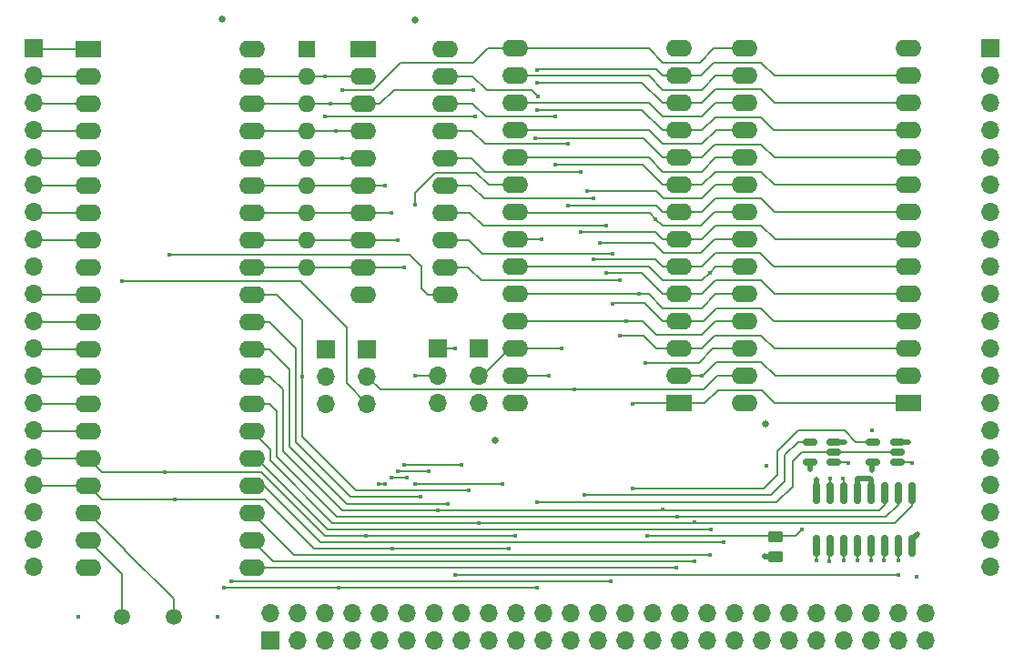
<source format=gbr>
%TF.GenerationSoftware,KiCad,Pcbnew,7.0.7*%
%TF.CreationDate,2023-10-02T10:19:24+01:00*%
%TF.ProjectId,8052-MCU,38303532-2d4d-4435-952e-6b696361645f,0.1*%
%TF.SameCoordinates,Original*%
%TF.FileFunction,Copper,L1,Top*%
%TF.FilePolarity,Positive*%
%FSLAX46Y46*%
G04 Gerber Fmt 4.6, Leading zero omitted, Abs format (unit mm)*
G04 Created by KiCad (PCBNEW 7.0.7) date 2023-10-02 10:19:24*
%MOMM*%
%LPD*%
G01*
G04 APERTURE LIST*
G04 Aperture macros list*
%AMRoundRect*
0 Rectangle with rounded corners*
0 $1 Rounding radius*
0 $2 $3 $4 $5 $6 $7 $8 $9 X,Y pos of 4 corners*
0 Add a 4 corners polygon primitive as box body*
4,1,4,$2,$3,$4,$5,$6,$7,$8,$9,$2,$3,0*
0 Add four circle primitives for the rounded corners*
1,1,$1+$1,$2,$3*
1,1,$1+$1,$4,$5*
1,1,$1+$1,$6,$7*
1,1,$1+$1,$8,$9*
0 Add four rect primitives between the rounded corners*
20,1,$1+$1,$2,$3,$4,$5,0*
20,1,$1+$1,$4,$5,$6,$7,0*
20,1,$1+$1,$6,$7,$8,$9,0*
20,1,$1+$1,$8,$9,$2,$3,0*%
G04 Aperture macros list end*
%TA.AperFunction,ComponentPad*%
%ADD10R,2.400000X1.600000*%
%TD*%
%TA.AperFunction,ComponentPad*%
%ADD11O,2.400000X1.600000*%
%TD*%
%TA.AperFunction,ComponentPad*%
%ADD12R,1.700000X1.700000*%
%TD*%
%TA.AperFunction,ComponentPad*%
%ADD13O,1.700000X1.700000*%
%TD*%
%TA.AperFunction,SMDPad,CuDef*%
%ADD14RoundRect,0.150000X0.512500X0.150000X-0.512500X0.150000X-0.512500X-0.150000X0.512500X-0.150000X0*%
%TD*%
%TA.AperFunction,SMDPad,CuDef*%
%ADD15RoundRect,0.150000X-0.150000X0.825000X-0.150000X-0.825000X0.150000X-0.825000X0.150000X0.825000X0*%
%TD*%
%TA.AperFunction,ComponentPad*%
%ADD16R,1.600000X1.600000*%
%TD*%
%TA.AperFunction,ComponentPad*%
%ADD17O,1.600000X1.600000*%
%TD*%
%TA.AperFunction,ComponentPad*%
%ADD18C,1.500000*%
%TD*%
%TA.AperFunction,SMDPad,CuDef*%
%ADD19RoundRect,0.250000X0.450000X-0.262500X0.450000X0.262500X-0.450000X0.262500X-0.450000X-0.262500X0*%
%TD*%
%TA.AperFunction,ViaPad*%
%ADD20C,0.450000*%
%TD*%
%TA.AperFunction,ViaPad*%
%ADD21C,0.650000*%
%TD*%
%TA.AperFunction,Conductor*%
%ADD22C,0.200000*%
%TD*%
%TA.AperFunction,Conductor*%
%ADD23C,0.500000*%
%TD*%
G04 APERTURE END LIST*
D10*
%TO.P,U2,1,OE*%
%TO.N,GND*%
X86650000Y-54975000D03*
D11*
%TO.P,U2,2,D0*%
%TO.N,/D0*%
X86650000Y-57515000D03*
%TO.P,U2,3,D1*%
%TO.N,/D1*%
X86650000Y-60055000D03*
%TO.P,U2,4,D2*%
%TO.N,/D2*%
X86650000Y-62595000D03*
%TO.P,U2,5,D3*%
%TO.N,/D3*%
X86650000Y-65135000D03*
%TO.P,U2,6,D4*%
%TO.N,/D4*%
X86650000Y-67675000D03*
%TO.P,U2,7,D5*%
%TO.N,/D5*%
X86650000Y-70215000D03*
%TO.P,U2,8,D6*%
%TO.N,/D6*%
X86650000Y-72755000D03*
%TO.P,U2,9,D7*%
%TO.N,/D7*%
X86650000Y-75295000D03*
%TO.P,U2,10,GND*%
%TO.N,GND*%
X86650000Y-77835000D03*
%TO.P,U2,11,Load*%
%TO.N,/~{LD}*%
X94270000Y-77835000D03*
%TO.P,U2,12,Q7*%
%TO.N,/A7*%
X94270000Y-75295000D03*
%TO.P,U2,13,Q6*%
%TO.N,/A6*%
X94270000Y-72755000D03*
%TO.P,U2,14,Q5*%
%TO.N,/A5*%
X94270000Y-70215000D03*
%TO.P,U2,15,Q4*%
%TO.N,/A4*%
X94270000Y-67675000D03*
%TO.P,U2,16,Q3*%
%TO.N,/A3*%
X94270000Y-65135000D03*
%TO.P,U2,17,Q2*%
%TO.N,/A2*%
X94270000Y-62595000D03*
%TO.P,U2,18,Q1*%
%TO.N,/A1*%
X94270000Y-60055000D03*
%TO.P,U2,19,Q0*%
%TO.N,/A0*%
X94270000Y-57515000D03*
%TO.P,U2,20,VCC*%
%TO.N,+5V*%
X94270000Y-54975000D03*
%TD*%
D12*
%TO.P,JP2,1,A*%
%TO.N,/0000H*%
X93600000Y-82870000D03*
D13*
%TO.P,JP2,2,C*%
%TO.N,/~{RAM}*%
X93600000Y-85410000D03*
%TO.P,JP2,3,B*%
%TO.N,/A15*%
X93600000Y-87950000D03*
%TD*%
D10*
%TO.P,U1,1,P1.0*%
%TO.N,/P1.0*%
X61100000Y-55000000D03*
D11*
%TO.P,U1,2,P1.1*%
%TO.N,/P1.1*%
X61100000Y-57540000D03*
%TO.P,U1,3,P1.2*%
%TO.N,/P1.2{slash}PWM*%
X61100000Y-60080000D03*
%TO.P,U1,4,P1.3*%
%TO.N,/P1.3{slash}~{ALEDIS}*%
X61100000Y-62620000D03*
%TO.P,U1,5,P1.4*%
%TO.N,/P1.4{slash}~{PMGPULSE}*%
X61100000Y-65160000D03*
%TO.P,U1,6,P1.5*%
%TO.N,/P1.5{slash}~{PGMEN}*%
X61100000Y-67700000D03*
%TO.P,U1,7,P1.6*%
%TO.N,/P1.6{slash}~{DMA_ACK}*%
X61100000Y-70240000D03*
%TO.P,U1,8,P1.7*%
%TO.N,/P1.7{slash}~{LTP}*%
X61100000Y-72780000D03*
%TO.P,U1,9,RST/VPP*%
%TO.N,/RESET*%
X61100000Y-75320000D03*
%TO.P,U1,10,P3.0*%
%TO.N,/P3.0{slash}RXD*%
X61100000Y-77860000D03*
%TO.P,U1,11,P3.1*%
%TO.N,/P3.1{slash}TXD*%
X61100000Y-80400000D03*
%TO.P,U1,12,P3.2*%
%TO.N,/P3.2{slash}~{INT0}*%
X61100000Y-82940000D03*
%TO.P,U1,13,P3.3*%
%TO.N,/P3.3{slash}~{INT1}*%
X61100000Y-85480000D03*
%TO.P,U1,14,P3.4*%
%TO.N,/P3.4{slash}T0*%
X61100000Y-88020000D03*
%TO.P,U1,15,P3.5*%
%TO.N,/P3.5{slash}T1*%
X61100000Y-90560000D03*
%TO.P,U1,16,(~{WR})P3.6*%
%TO.N,/~{WR}*%
X61100000Y-93100000D03*
%TO.P,U1,17,(~{RD})P3.7*%
%TO.N,/~{RD}*%
X61100000Y-95640000D03*
%TO.P,U1,18,XTAL2*%
%TO.N,Net-(U1-XTAL2)*%
X61100000Y-98180000D03*
%TO.P,U1,19,XTAL1*%
%TO.N,Net-(U1-XTAL1)*%
X61100000Y-100720000D03*
%TO.P,U1,20,GND*%
%TO.N,GND*%
X61100000Y-103260000D03*
%TO.P,U1,21,P2.0*%
%TO.N,/A8*%
X76340000Y-103260000D03*
%TO.P,U1,22,P2.1*%
%TO.N,/A9*%
X76340000Y-100720000D03*
%TO.P,U1,23,P2.2*%
%TO.N,/A10*%
X76340000Y-98180000D03*
%TO.P,U1,24,P2.3*%
%TO.N,/A11*%
X76340000Y-95640000D03*
%TO.P,U1,25,P2.4*%
%TO.N,/A12*%
X76340000Y-93100000D03*
%TO.P,U1,26,P2.5*%
%TO.N,/A13*%
X76340000Y-90560000D03*
%TO.P,U1,27,P2.6*%
%TO.N,/A14*%
X76340000Y-88020000D03*
%TO.P,U1,28,P2.7*%
%TO.N,/A15*%
X76340000Y-85480000D03*
%TO.P,U1,29,~{PSEN}*%
%TO.N,/~{PSEN}*%
X76340000Y-82940000D03*
%TO.P,U1,30,ALE/~{PROG}*%
%TO.N,/ALE*%
X76340000Y-80400000D03*
%TO.P,U1,31,~{EA}/VPP*%
%TO.N,/~{EA}*%
X76340000Y-77860000D03*
%TO.P,U1,32,P0.7*%
%TO.N,/D7*%
X76340000Y-75320000D03*
%TO.P,U1,33,P0.6*%
%TO.N,/D6*%
X76340000Y-72780000D03*
%TO.P,U1,34,P0.5*%
%TO.N,/D5*%
X76340000Y-70240000D03*
%TO.P,U1,35,P0.4*%
%TO.N,/D4*%
X76340000Y-67700000D03*
%TO.P,U1,36,P0.3*%
%TO.N,/D3*%
X76340000Y-65160000D03*
%TO.P,U1,37,P0.2*%
%TO.N,/D2*%
X76340000Y-62620000D03*
%TO.P,U1,38,P0.1*%
%TO.N,/D1*%
X76340000Y-60080000D03*
%TO.P,U1,39,P0.0*%
%TO.N,/D0*%
X76340000Y-57540000D03*
%TO.P,U1,40,VCC*%
%TO.N,+5V*%
X76340000Y-55000000D03*
%TD*%
D12*
%TO.P,JP4,1,A*%
%TO.N,+5V*%
X97400000Y-82870000D03*
D13*
%TO.P,JP4,2,C*%
%TO.N,/A13{slash}RAM*%
X97400000Y-85410000D03*
%TO.P,JP4,3,B*%
%TO.N,/A13*%
X97400000Y-87950000D03*
%TD*%
D14*
%TO.P,U6,1*%
%TO.N,/0000H*%
X136337500Y-93450000D03*
%TO.P,U6,2*%
%TO.N,/RESET*%
X136337500Y-92500000D03*
%TO.P,U6,3,GND*%
%TO.N,GND*%
X136337500Y-91550000D03*
%TO.P,U6,4*%
%TO.N,/CS_EX_ROM*%
X134062500Y-91550000D03*
%TO.P,U6,5,VCC*%
%TO.N,+5V*%
X134062500Y-93450000D03*
%TD*%
D10*
%TO.P,U4,1,A14*%
%TO.N,/A14*%
X137375000Y-87975000D03*
D11*
%TO.P,U4,2,A12*%
%TO.N,/A12*%
X137375000Y-85435000D03*
%TO.P,U4,3,A7*%
%TO.N,/A7*%
X137375000Y-82895000D03*
%TO.P,U4,4,A6*%
%TO.N,/A6*%
X137375000Y-80355000D03*
%TO.P,U4,5,A5*%
%TO.N,/A5*%
X137375000Y-77815000D03*
%TO.P,U4,6,A4*%
%TO.N,/A4*%
X137375000Y-75275000D03*
%TO.P,U4,7,A3*%
%TO.N,/A3*%
X137375000Y-72735000D03*
%TO.P,U4,8,A2*%
%TO.N,/A2*%
X137375000Y-70195000D03*
%TO.P,U4,9,A1*%
%TO.N,/A1*%
X137375000Y-67655000D03*
%TO.P,U4,10,A0*%
%TO.N,/A0*%
X137375000Y-65115000D03*
%TO.P,U4,11,D0*%
%TO.N,/D0*%
X137375000Y-62575000D03*
%TO.P,U4,12,D1*%
%TO.N,/D1*%
X137375000Y-60035000D03*
%TO.P,U4,13,D2*%
%TO.N,/D2*%
X137375000Y-57495000D03*
%TO.P,U4,14,GND*%
%TO.N,GND*%
X137375000Y-54955000D03*
%TO.P,U4,15,D3*%
%TO.N,/D3*%
X122135000Y-54955000D03*
%TO.P,U4,16,D4*%
%TO.N,/D4*%
X122135000Y-57495000D03*
%TO.P,U4,17,D5*%
%TO.N,/D5*%
X122135000Y-60035000D03*
%TO.P,U4,18,D6*%
%TO.N,/D6*%
X122135000Y-62575000D03*
%TO.P,U4,19,D7*%
%TO.N,/D7*%
X122135000Y-65115000D03*
%TO.P,U4,20,~{CE}*%
%TO.N,/~{NVRAM}*%
X122135000Y-67655000D03*
%TO.P,U4,21,A10*%
%TO.N,/A10*%
X122135000Y-70195000D03*
%TO.P,U4,22,~{OE}*%
%TO.N,/RD_ANY*%
X122135000Y-72735000D03*
%TO.P,U4,23,A11*%
%TO.N,/A11*%
X122135000Y-75275000D03*
%TO.P,U4,24,A9*%
%TO.N,/A9*%
X122135000Y-77815000D03*
%TO.P,U4,25,A8*%
%TO.N,/A8*%
X122135000Y-80355000D03*
%TO.P,U4,26,A13*%
%TO.N,/A13*%
X122135000Y-82895000D03*
%TO.P,U4,27,~{WE}*%
%TO.N,/~{WR_NVRAM}*%
X122135000Y-85435000D03*
%TO.P,U4,28,VCC*%
%TO.N,+5V*%
X122135000Y-87975000D03*
%TD*%
D12*
%TO.P,J3,1,Pin_1*%
%TO.N,unconnected-(J3-Pin_1-Pad1)*%
X145000000Y-54940000D03*
D13*
%TO.P,J3,2,Pin_2*%
%TO.N,unconnected-(J3-Pin_2-Pad2)*%
X145000000Y-57480000D03*
%TO.P,J3,3,Pin_3*%
%TO.N,unconnected-(J3-Pin_3-Pad3)*%
X145000000Y-60020000D03*
%TO.P,J3,4,Pin_4*%
%TO.N,unconnected-(J3-Pin_4-Pad4)*%
X145000000Y-62560000D03*
%TO.P,J3,5,Pin_5*%
%TO.N,unconnected-(J3-Pin_5-Pad5)*%
X145000000Y-65100000D03*
%TO.P,J3,6,Pin_6*%
%TO.N,unconnected-(J3-Pin_6-Pad6)*%
X145000000Y-67640000D03*
%TO.P,J3,7,Pin_7*%
%TO.N,unconnected-(J3-Pin_7-Pad7)*%
X145000000Y-70180000D03*
%TO.P,J3,8,Pin_8*%
%TO.N,unconnected-(J3-Pin_8-Pad8)*%
X145000000Y-72720000D03*
%TO.P,J3,9,Pin_9*%
%TO.N,unconnected-(J3-Pin_9-Pad9)*%
X145000000Y-75260000D03*
%TO.P,J3,10,Pin_10*%
%TO.N,unconnected-(J3-Pin_10-Pad10)*%
X145000000Y-77800000D03*
%TO.P,J3,11,Pin_11*%
%TO.N,unconnected-(J3-Pin_11-Pad11)*%
X145000000Y-80340000D03*
%TO.P,J3,12,Pin_12*%
%TO.N,unconnected-(J3-Pin_12-Pad12)*%
X145000000Y-82880000D03*
%TO.P,J3,13,Pin_13*%
%TO.N,unconnected-(J3-Pin_13-Pad13)*%
X145000000Y-85420000D03*
%TO.P,J3,14,Pin_14*%
%TO.N,unconnected-(J3-Pin_14-Pad14)*%
X145000000Y-87960000D03*
%TO.P,J3,15,Pin_15*%
%TO.N,unconnected-(J3-Pin_15-Pad15)*%
X145000000Y-90500000D03*
%TO.P,J3,16,Pin_16*%
%TO.N,unconnected-(J3-Pin_16-Pad16)*%
X145000000Y-93040000D03*
%TO.P,J3,17,Pin_17*%
%TO.N,unconnected-(J3-Pin_17-Pad17)*%
X145000000Y-95580000D03*
%TO.P,J3,18,Pin_18*%
%TO.N,unconnected-(J3-Pin_18-Pad18)*%
X145000000Y-98120000D03*
%TO.P,J3,19,Pin_19*%
%TO.N,unconnected-(J3-Pin_19-Pad19)*%
X145000000Y-100660000D03*
%TO.P,J3,20,Pin_20*%
%TO.N,unconnected-(J3-Pin_20-Pad20)*%
X145000000Y-103200000D03*
%TD*%
D14*
%TO.P,U10,1*%
%TO.N,/8000H*%
X130475000Y-93450000D03*
%TO.P,U10,2*%
%TO.N,/RESET*%
X130475000Y-92500000D03*
%TO.P,U10,3,GND*%
%TO.N,GND*%
X130475000Y-91550000D03*
%TO.P,U10,4*%
%TO.N,/~{NVRAM}*%
X128200000Y-91550000D03*
%TO.P,U10,5,VCC*%
%TO.N,+5V*%
X128200000Y-93450000D03*
%TD*%
D15*
%TO.P,U7,1,A0*%
%TO.N,/A13*%
X137680000Y-96300000D03*
%TO.P,U7,2,A1*%
%TO.N,/A14*%
X136410000Y-96300000D03*
%TO.P,U7,3,A2*%
%TO.N,/A15*%
X135140000Y-96300000D03*
%TO.P,U7,4,E1*%
%TO.N,GND*%
X133870000Y-96300000D03*
%TO.P,U7,5,E2*%
X132600000Y-96300000D03*
%TO.P,U7,6,E3*%
%TO.N,/DECODER*%
X131330000Y-96300000D03*
%TO.P,U7,7,O7*%
%TO.N,/E000H*%
X130060000Y-96300000D03*
%TO.P,U7,8,GND*%
%TO.N,GND*%
X128790000Y-96300000D03*
%TO.P,U7,9,O6*%
%TO.N,/C000H*%
X128790000Y-101250000D03*
%TO.P,U7,10,O5*%
%TO.N,/A000H*%
X130060000Y-101250000D03*
%TO.P,U7,11,O4*%
%TO.N,/8000H*%
X131330000Y-101250000D03*
%TO.P,U7,12,O3*%
%TO.N,/6000H*%
X132600000Y-101250000D03*
%TO.P,U7,13,O2*%
%TO.N,/4000H*%
X133870000Y-101250000D03*
%TO.P,U7,14,O1*%
%TO.N,/2000H*%
X135140000Y-101250000D03*
%TO.P,U7,15,O0*%
%TO.N,/0000H*%
X136410000Y-101250000D03*
%TO.P,U7,16,VCC*%
%TO.N,+5V*%
X137680000Y-101250000D03*
%TD*%
D12*
%TO.P,J2,1,Pin_1*%
%TO.N,/P1.0*%
X56000000Y-54950000D03*
D13*
%TO.P,J2,2,Pin_2*%
%TO.N,/P1.1*%
X56000000Y-57490000D03*
%TO.P,J2,3,Pin_3*%
%TO.N,/P1.2{slash}PWM*%
X56000000Y-60030000D03*
%TO.P,J2,4,Pin_4*%
%TO.N,/P1.3{slash}~{ALEDIS}*%
X56000000Y-62570000D03*
%TO.P,J2,5,Pin_5*%
%TO.N,/P1.4{slash}~{PMGPULSE}*%
X56000000Y-65110000D03*
%TO.P,J2,6,Pin_6*%
%TO.N,/P1.5{slash}~{PGMEN}*%
X56000000Y-67650000D03*
%TO.P,J2,7,Pin_7*%
%TO.N,/P1.6{slash}~{DMA_ACK}*%
X56000000Y-70190000D03*
%TO.P,J2,8,Pin_8*%
%TO.N,/P1.7{slash}~{LTP}*%
X56000000Y-72730000D03*
%TO.P,J2,9,Pin_9*%
%TO.N,GND*%
X56000000Y-75270000D03*
%TO.P,J2,10,Pin_10*%
%TO.N,/P3.0{slash}RXD*%
X56000000Y-77810000D03*
%TO.P,J2,11,Pin_11*%
%TO.N,/P3.1{slash}TXD*%
X56000000Y-80350000D03*
%TO.P,J2,12,Pin_12*%
%TO.N,/P3.2{slash}~{INT0}*%
X56000000Y-82890000D03*
%TO.P,J2,13,Pin_13*%
%TO.N,/P3.3{slash}~{INT1}*%
X56000000Y-85430000D03*
%TO.P,J2,14,Pin_14*%
%TO.N,/P3.4{slash}T0*%
X56000000Y-87970000D03*
%TO.P,J2,15,Pin_15*%
%TO.N,/P3.5{slash}T1*%
X56000000Y-90510000D03*
%TO.P,J2,16,Pin_16*%
%TO.N,/~{WR}*%
X56000000Y-93050000D03*
%TO.P,J2,17,Pin_17*%
%TO.N,/~{RD}*%
X56000000Y-95590000D03*
%TO.P,J2,18,Pin_18*%
%TO.N,GND*%
X56000000Y-98130000D03*
%TO.P,J2,19,Pin_19*%
%TO.N,+5V*%
X56000000Y-100670000D03*
%TO.P,J2,20,Pin_20*%
X56000000Y-103210000D03*
%TD*%
D12*
%TO.P,J1,1,Pin_1*%
%TO.N,+5V*%
X78000000Y-110000000D03*
D13*
%TO.P,J1,2,Pin_2*%
%TO.N,/D0*%
X78000000Y-107460000D03*
%TO.P,J1,3,Pin_3*%
%TO.N,GND*%
X80540000Y-110000000D03*
%TO.P,J1,4,Pin_4*%
%TO.N,/D1*%
X80540000Y-107460000D03*
%TO.P,J1,5,Pin_5*%
%TO.N,/CLK_EXT*%
X83080000Y-110000000D03*
%TO.P,J1,6,Pin_6*%
%TO.N,/D2*%
X83080000Y-107460000D03*
%TO.P,J1,7,Pin_7*%
%TO.N,/RESET*%
X85620000Y-110000000D03*
%TO.P,J1,8,Pin_8*%
%TO.N,/D3*%
X85620000Y-107460000D03*
%TO.P,J1,9,Pin_9*%
%TO.N,/~{WR}*%
X88160000Y-110000000D03*
%TO.P,J1,10,Pin_10*%
%TO.N,/D4*%
X88160000Y-107460000D03*
%TO.P,J1,11,Pin_11*%
%TO.N,/~{RD}*%
X90700000Y-110000000D03*
%TO.P,J1,12,Pin_12*%
%TO.N,/D5*%
X90700000Y-107460000D03*
%TO.P,J1,13,Pin_13*%
%TO.N,/ALE*%
X93240000Y-110000000D03*
%TO.P,J1,14,Pin_14*%
%TO.N,/D6*%
X93240000Y-107460000D03*
%TO.P,J1,15,Pin_15*%
%TO.N,/~{PSEN}*%
X95780000Y-110000000D03*
%TO.P,J1,16,Pin_16*%
%TO.N,/D7*%
X95780000Y-107460000D03*
%TO.P,J1,17,Pin_17*%
%TO.N,/~{EA}*%
X98320000Y-110000000D03*
%TO.P,J1,18,Pin_18*%
%TO.N,/A0*%
X98320000Y-107460000D03*
%TO.P,J1,19,Pin_19*%
%TO.N,/~{RAM}*%
X100860000Y-110000000D03*
%TO.P,J1,20,Pin_20*%
%TO.N,/A1*%
X100860000Y-107460000D03*
%TO.P,J1,21,Pin_21*%
%TO.N,/A13{slash}RAM*%
X103400000Y-110000000D03*
%TO.P,J1,22,Pin_22*%
%TO.N,/A2*%
X103400000Y-107460000D03*
%TO.P,J1,23,Pin_23*%
%TO.N,/~{WR_NVRAM}*%
X105940000Y-110000000D03*
%TO.P,J1,24,Pin_24*%
%TO.N,/A3*%
X105940000Y-107460000D03*
%TO.P,J1,25,Pin_25*%
%TO.N,/~{NVRAM}*%
X108480000Y-110000000D03*
%TO.P,J1,26,Pin_26*%
%TO.N,/A4*%
X108480000Y-107460000D03*
%TO.P,J1,27,Pin_27*%
%TO.N,/RD_ANY*%
X111020000Y-110000000D03*
%TO.P,J1,28,Pin_28*%
%TO.N,/A5*%
X111020000Y-107460000D03*
%TO.P,J1,29,Pin_29*%
%TO.N,/CS_EX_ROM*%
X113560000Y-110000000D03*
%TO.P,J1,30,Pin_30*%
%TO.N,/A6*%
X113560000Y-107460000D03*
%TO.P,J1,31,Pin_31*%
%TO.N,/DECODER*%
X116100000Y-110000000D03*
%TO.P,J1,32,Pin_32*%
%TO.N,/A7*%
X116100000Y-107460000D03*
%TO.P,J1,33,Pin_33*%
%TO.N,/A15*%
X118640000Y-110000000D03*
%TO.P,J1,34,Pin_34*%
%TO.N,/A8*%
X118640000Y-107460000D03*
%TO.P,J1,35,Pin_35*%
%TO.N,/A14*%
X121180000Y-110000000D03*
%TO.P,J1,36,Pin_36*%
%TO.N,/A9*%
X121180000Y-107460000D03*
%TO.P,J1,37,Pin_37*%
%TO.N,/A13*%
X123720000Y-110000000D03*
%TO.P,J1,38,Pin_38*%
%TO.N,/A10*%
X123720000Y-107460000D03*
%TO.P,J1,39,Pin_39*%
%TO.N,/A12*%
X126260000Y-110000000D03*
%TO.P,J1,40,Pin_40*%
%TO.N,/A11*%
X126260000Y-107460000D03*
%TO.P,J1,41,Pin_41*%
%TO.N,/E000H*%
X128800000Y-110000000D03*
%TO.P,J1,42,Pin_42*%
%TO.N,/C000H*%
X128800000Y-107460000D03*
%TO.P,J1,43,Pin_43*%
%TO.N,/A000H*%
X131340000Y-110000000D03*
%TO.P,J1,44,Pin_44*%
%TO.N,/8000H*%
X131340000Y-107460000D03*
%TO.P,J1,45,Pin_45*%
%TO.N,/6000H*%
X133880000Y-110000000D03*
%TO.P,J1,46,Pin_46*%
%TO.N,/4000H*%
X133880000Y-107460000D03*
%TO.P,J1,47,Pin_47*%
%TO.N,/2000H*%
X136420000Y-110000000D03*
%TO.P,J1,48,Pin_48*%
%TO.N,/0000H*%
X136420000Y-107460000D03*
%TO.P,J1,49,Pin_49*%
%TO.N,GND*%
X138960000Y-110000000D03*
%TO.P,J1,50,Pin_50*%
%TO.N,+5V*%
X138960000Y-107460000D03*
%TD*%
D12*
%TO.P,JP1,1,A*%
%TO.N,+5V*%
X87000000Y-82910000D03*
D13*
%TO.P,JP1,2,C*%
%TO.N,/~{WR_NVRAM}*%
X87000000Y-85450000D03*
%TO.P,JP1,3,B*%
%TO.N,Net-(JP1-B)*%
X87000000Y-87990000D03*
%TD*%
D16*
%TO.P,RN1,1,common*%
%TO.N,+5V*%
X81400000Y-55025000D03*
D17*
%TO.P,RN1,2,R1*%
%TO.N,/D0*%
X81400000Y-57565000D03*
%TO.P,RN1,3,R2*%
%TO.N,/D1*%
X81400000Y-60105000D03*
%TO.P,RN1,4,R3*%
%TO.N,/D2*%
X81400000Y-62645000D03*
%TO.P,RN1,5,R4*%
%TO.N,/D3*%
X81400000Y-65185000D03*
%TO.P,RN1,6,R5*%
%TO.N,/D4*%
X81400000Y-67725000D03*
%TO.P,RN1,7,R6*%
%TO.N,/D5*%
X81400000Y-70265000D03*
%TO.P,RN1,8,R7*%
%TO.N,/D6*%
X81400000Y-72805000D03*
%TO.P,RN1,9,R8*%
%TO.N,/D7*%
X81400000Y-75345000D03*
%TD*%
D10*
%TO.P,U3,1,A14*%
%TO.N,/A14*%
X116075000Y-87975000D03*
D11*
%TO.P,U3,2,A12*%
%TO.N,/A12*%
X116075000Y-85435000D03*
%TO.P,U3,3,A7*%
%TO.N,/A7*%
X116075000Y-82895000D03*
%TO.P,U3,4,A6*%
%TO.N,/A6*%
X116075000Y-80355000D03*
%TO.P,U3,5,A5*%
%TO.N,/A5*%
X116075000Y-77815000D03*
%TO.P,U3,6,A4*%
%TO.N,/A4*%
X116075000Y-75275000D03*
%TO.P,U3,7,A3*%
%TO.N,/A3*%
X116075000Y-72735000D03*
%TO.P,U3,8,A2*%
%TO.N,/A2*%
X116075000Y-70195000D03*
%TO.P,U3,9,A1*%
%TO.N,/A1*%
X116075000Y-67655000D03*
%TO.P,U3,10,A0*%
%TO.N,/A0*%
X116075000Y-65115000D03*
%TO.P,U3,11,D0*%
%TO.N,/D0*%
X116075000Y-62575000D03*
%TO.P,U3,12,D1*%
%TO.N,/D1*%
X116075000Y-60035000D03*
%TO.P,U3,13,D2*%
%TO.N,/D2*%
X116075000Y-57495000D03*
%TO.P,U3,14,GND*%
%TO.N,GND*%
X116075000Y-54955000D03*
%TO.P,U3,15,D3*%
%TO.N,/D3*%
X100835000Y-54955000D03*
%TO.P,U3,16,D4*%
%TO.N,/D4*%
X100835000Y-57495000D03*
%TO.P,U3,17,D5*%
%TO.N,/D5*%
X100835000Y-60035000D03*
%TO.P,U3,18,D6*%
%TO.N,/D6*%
X100835000Y-62575000D03*
%TO.P,U3,19,D7*%
%TO.N,/D7*%
X100835000Y-65115000D03*
%TO.P,U3,20,~{CE}*%
%TO.N,/~{RAM}*%
X100835000Y-67655000D03*
%TO.P,U3,21,A10*%
%TO.N,/A10*%
X100835000Y-70195000D03*
%TO.P,U3,22,~{OE}*%
%TO.N,/~{RD}*%
X100835000Y-72735000D03*
%TO.P,U3,23,A11*%
%TO.N,/A11*%
X100835000Y-75275000D03*
%TO.P,U3,24,A9*%
%TO.N,/A9*%
X100835000Y-77815000D03*
%TO.P,U3,25,A8*%
%TO.N,/A8*%
X100835000Y-80355000D03*
%TO.P,U3,26,A13*%
%TO.N,/A13{slash}RAM*%
X100835000Y-82895000D03*
%TO.P,U3,27,~{WE}*%
%TO.N,/~{WR}*%
X100835000Y-85435000D03*
%TO.P,U3,28,VCC*%
%TO.N,+5V*%
X100835000Y-87975000D03*
%TD*%
D12*
%TO.P,JP3,1,A*%
%TO.N,+5V*%
X83200000Y-82925000D03*
D13*
%TO.P,JP3,2,C*%
%TO.N,/~{EA}*%
X83200000Y-85465000D03*
%TO.P,JP3,3,B*%
%TO.N,GND*%
X83200000Y-88005000D03*
%TD*%
D18*
%TO.P,Y1,1,1*%
%TO.N,Net-(U1-XTAL2)*%
X69075000Y-107800000D03*
%TO.P,Y1,2,2*%
%TO.N,Net-(U1-XTAL1)*%
X64195000Y-107800000D03*
%TD*%
D19*
%TO.P,R1,1*%
%TO.N,+5V*%
X125000000Y-102212500D03*
%TO.P,R1,2*%
%TO.N,/DECODER*%
X125000000Y-100387500D03*
%TD*%
D20*
%TO.N,/RESET*%
X102800000Y-97200000D03*
X73700000Y-105100000D03*
X102800000Y-105100000D03*
X84400000Y-105100000D03*
%TO.N,/~{WR}*%
X86900000Y-100300000D03*
X103900000Y-85435000D03*
X100800000Y-100300000D03*
X68200000Y-94400000D03*
%TO.N,/~{RD}*%
X89400000Y-101500000D03*
X69150000Y-96900000D03*
X103300000Y-72735000D03*
X100200000Y-101500000D03*
%TO.N,/A8*%
X115800000Y-103300000D03*
X111100000Y-80350000D03*
%TO.N,/A9*%
X117500000Y-102700000D03*
X112300000Y-77815000D03*
%TO.N,/A10*%
X118900000Y-102100000D03*
X113875000Y-70825000D03*
%TO.N,/A11*%
X120200000Y-100900000D03*
X118900000Y-75800000D03*
%TO.N,/A12*%
X119000000Y-99700000D03*
X118200000Y-85400000D03*
%TO.N,/A13*%
X97400000Y-99100000D03*
X117500000Y-99024500D03*
X112900000Y-84200000D03*
%TO.N,/A14*%
X111700000Y-88000000D03*
X115900000Y-98500000D03*
%TO.N,/A15*%
X93600000Y-97900000D03*
X114500000Y-97824500D03*
%TO.N,/~{PSEN}*%
X94500000Y-97300000D03*
%TO.N,/ALE*%
X92000000Y-96700000D03*
%TO.N,/~{EA}*%
X81000000Y-85450000D03*
X96500000Y-96100000D03*
%TO.N,/A0*%
X102700000Y-63300000D03*
X102900000Y-59400000D03*
%TO.N,/A1*%
X104500000Y-65750000D03*
X104500000Y-61300000D03*
%TO.N,/A2*%
X105700000Y-63850000D03*
X105700000Y-69600000D03*
%TO.N,/A3*%
X106900000Y-66400000D03*
X106900000Y-72000000D03*
%TO.N,/A4*%
X108100000Y-68900000D03*
X108100000Y-74600000D03*
%TO.N,/A5*%
X109300000Y-75850000D03*
X109300000Y-71450000D03*
%TO.N,/A6*%
X109900000Y-74050000D03*
X109900000Y-78700000D03*
%TO.N,/A7*%
X110500000Y-81700000D03*
X110500000Y-76550000D03*
%TO.N,/~{LD}*%
X68600000Y-74100000D03*
%TO.N,/~{RAM}*%
X91500000Y-69500000D03*
X91500000Y-85400000D03*
X99600000Y-95500000D03*
X91500000Y-95500000D03*
%TO.N,/D0*%
X83100000Y-61300000D03*
X97100000Y-61300000D03*
X102875500Y-60650000D03*
X83100000Y-57565000D03*
%TO.N,/D1*%
X102850000Y-58100000D03*
X96950000Y-58800000D03*
X83624500Y-60105000D03*
%TO.N,/D2*%
X84149000Y-62595000D03*
X102850000Y-56970500D03*
%TO.N,/D3*%
X84700000Y-65185000D03*
X84700000Y-58800000D03*
%TO.N,/D4*%
X88700000Y-95500000D03*
X88075500Y-95500000D03*
X88700000Y-67675000D03*
%TO.N,/D5*%
X90700000Y-94900000D03*
X89300000Y-94900000D03*
X89300000Y-70215000D03*
%TO.N,/D6*%
X89900000Y-94300000D03*
X89900000Y-72800000D03*
X92800000Y-94300000D03*
%TO.N,/D7*%
X95780000Y-93700000D03*
X90500000Y-93700000D03*
X90500000Y-75300000D03*
%TO.N,GND*%
X128800000Y-95050000D03*
D21*
X91450000Y-52300000D03*
X98950000Y-91450000D03*
D20*
X138100000Y-104100000D03*
D21*
X73500000Y-52250000D03*
D20*
X137350000Y-91550000D03*
X131450000Y-91550000D03*
X73125000Y-107800000D03*
X124150000Y-93800000D03*
D21*
X124050000Y-89900000D03*
D20*
X134000000Y-90500000D03*
X60125000Y-107800000D03*
X133850000Y-95000000D03*
%TO.N,+5V*%
X128200000Y-94100000D03*
X134000000Y-94200000D03*
X124000000Y-102200000D03*
X138200000Y-100100000D03*
%TO.N,/A13{slash}RAM*%
X105100000Y-82895000D03*
%TO.N,/~{NVRAM}*%
X107200000Y-96500000D03*
X107500000Y-68200000D03*
%TO.N,/RD_ANY*%
X74400000Y-104500000D03*
X109700000Y-104500000D03*
X108700000Y-73050000D03*
%TO.N,/~{WR_NVRAM}*%
X106300000Y-86700000D03*
%TO.N,Net-(JP1-B)*%
X64200000Y-76600000D03*
%TO.N,/0000H*%
X136420000Y-102580000D03*
X137700000Y-93500000D03*
X136420000Y-103900000D03*
X95200000Y-103900000D03*
X95200000Y-82850000D03*
%TO.N,/CS_EX_ROM*%
X111700000Y-95900000D03*
%TO.N,/8000H*%
X131800000Y-93500000D03*
X131340000Y-102560000D03*
%TO.N,/E000H*%
X130130000Y-95000000D03*
%TO.N,/C000H*%
X128800000Y-102600000D03*
%TO.N,/A000H*%
X130050000Y-102630000D03*
%TO.N,/6000H*%
X132600000Y-102600000D03*
%TO.N,/4000H*%
X133900000Y-102600000D03*
%TO.N,/2000H*%
X135100000Y-102600000D03*
%TO.N,/DECODER*%
X127500000Y-99700000D03*
X113100000Y-100324500D03*
X131300000Y-95000000D03*
%TD*%
D22*
%TO.N,Net-(U1-XTAL1)*%
X64195000Y-103815000D02*
X64195000Y-107800000D01*
X61100000Y-100720000D02*
X64195000Y-103815000D01*
%TO.N,Net-(U1-XTAL2)*%
X64520000Y-101600000D02*
X64520000Y-101620000D01*
X69075000Y-106175000D02*
X69075000Y-107800000D01*
X64520000Y-101620000D02*
X69075000Y-106175000D01*
X61100000Y-98180000D02*
X64520000Y-101600000D01*
%TO.N,/P1.0*%
X56020000Y-54980000D02*
X61080000Y-54980000D01*
X56000000Y-55000000D02*
X56020000Y-54980000D01*
X61080000Y-54980000D02*
X61100000Y-55000000D01*
%TO.N,/P1.1*%
X61080000Y-57520000D02*
X61100000Y-57540000D01*
X56000000Y-57540000D02*
X56020000Y-57520000D01*
X56020000Y-57520000D02*
X61080000Y-57520000D01*
%TO.N,/P1.2{slash}PWM*%
X61080000Y-60060000D02*
X61100000Y-60080000D01*
X56000000Y-60080000D02*
X56020000Y-60060000D01*
X56020000Y-60060000D02*
X61080000Y-60060000D01*
%TO.N,/P1.3{slash}~{ALEDIS}*%
X56020000Y-62600000D02*
X61080000Y-62600000D01*
X56000000Y-62620000D02*
X56020000Y-62600000D01*
X61080000Y-62600000D02*
X61100000Y-62620000D01*
%TO.N,/P1.4{slash}~{PMGPULSE}*%
X61080000Y-65140000D02*
X61100000Y-65160000D01*
X56020000Y-65140000D02*
X61080000Y-65140000D01*
X56000000Y-65160000D02*
X56020000Y-65140000D01*
%TO.N,/P1.5{slash}~{PGMEN}*%
X61080000Y-67680000D02*
X61100000Y-67700000D01*
X56020000Y-67680000D02*
X61080000Y-67680000D01*
X56000000Y-67700000D02*
X56020000Y-67680000D01*
%TO.N,/P1.6{slash}~{DMA_ACK}*%
X56020000Y-70220000D02*
X61080000Y-70220000D01*
X56000000Y-70240000D02*
X56020000Y-70220000D01*
X61080000Y-70220000D02*
X61100000Y-70240000D01*
%TO.N,/P1.7{slash}~{LTP}*%
X61080000Y-72760000D02*
X61100000Y-72780000D01*
X56020000Y-72760000D02*
X61080000Y-72760000D01*
X56000000Y-72780000D02*
X56020000Y-72760000D01*
%TO.N,/RESET*%
X84400000Y-105100000D02*
X102800000Y-105100000D01*
X126600000Y-93400000D02*
X126600000Y-95700000D01*
X125100000Y-97200000D02*
X102800000Y-97200000D01*
X84400000Y-105100000D02*
X73700000Y-105100000D01*
X130475000Y-92500000D02*
X127500000Y-92500000D01*
X130475000Y-92500000D02*
X136337500Y-92500000D01*
X127500000Y-92500000D02*
X126600000Y-93400000D01*
X126600000Y-95700000D02*
X125100000Y-97200000D01*
%TO.N,/P3.0{slash}RXD*%
X61080000Y-77840000D02*
X61100000Y-77860000D01*
X56020000Y-77840000D02*
X61080000Y-77840000D01*
X56000000Y-77860000D02*
X56020000Y-77840000D01*
%TO.N,/P3.1{slash}TXD*%
X56000000Y-80400000D02*
X56020000Y-80380000D01*
X61080000Y-80380000D02*
X61100000Y-80400000D01*
X56020000Y-80380000D02*
X61080000Y-80380000D01*
%TO.N,/P3.2{slash}~{INT0}*%
X56000000Y-82940000D02*
X56020000Y-82920000D01*
X56020000Y-82920000D02*
X61080000Y-82920000D01*
X61080000Y-82920000D02*
X61100000Y-82940000D01*
%TO.N,/P3.3{slash}~{INT1}*%
X56020000Y-85460000D02*
X61080000Y-85460000D01*
X61080000Y-85460000D02*
X61100000Y-85480000D01*
X56000000Y-85480000D02*
X56020000Y-85460000D01*
%TO.N,/P3.4{slash}T0*%
X56000000Y-88020000D02*
X56020000Y-88000000D01*
X61080000Y-88000000D02*
X61100000Y-88020000D01*
X56020000Y-88000000D02*
X61080000Y-88000000D01*
%TO.N,/P3.5{slash}T1*%
X56000000Y-90560000D02*
X56020000Y-90540000D01*
X61080000Y-90540000D02*
X61100000Y-90560000D01*
X56020000Y-90540000D02*
X61080000Y-90540000D01*
%TO.N,/~{WR}*%
X83100000Y-100300000D02*
X77200000Y-94400000D01*
X61080000Y-93080000D02*
X61100000Y-93100000D01*
X103900000Y-85435000D02*
X100835000Y-85435000D01*
X86900000Y-100300000D02*
X83100000Y-100300000D01*
X68200000Y-94400000D02*
X62400000Y-94400000D01*
X77200000Y-94400000D02*
X68200000Y-94400000D01*
X56020000Y-93080000D02*
X61080000Y-93080000D01*
X86900000Y-100300000D02*
X100800000Y-100300000D01*
X56000000Y-93100000D02*
X56020000Y-93080000D01*
X62400000Y-94400000D02*
X61100000Y-93100000D01*
%TO.N,/~{RD}*%
X82100000Y-101500000D02*
X77500000Y-96900000D01*
X103300000Y-72735000D02*
X100835000Y-72735000D01*
X100200000Y-101500000D02*
X89400000Y-101500000D01*
X77500000Y-96900000D02*
X62360000Y-96900000D01*
X56000000Y-95640000D02*
X56020000Y-95620000D01*
X56020000Y-95620000D02*
X61080000Y-95620000D01*
X61080000Y-95620000D02*
X61100000Y-95640000D01*
X62360000Y-96900000D02*
X61100000Y-95640000D01*
X89400000Y-101500000D02*
X82100000Y-101500000D01*
%TO.N,/A8*%
X113903186Y-81600000D02*
X118200000Y-81600000D01*
X115800000Y-103300000D02*
X76380000Y-103300000D01*
X111100000Y-80350000D02*
X105960000Y-80350000D01*
X105960000Y-80350000D02*
X105955000Y-80355000D01*
X105955000Y-80355000D02*
X100835000Y-80355000D01*
X119445000Y-80355000D02*
X122135000Y-80355000D01*
X118200000Y-81600000D02*
X119445000Y-80355000D01*
X112653186Y-80350000D02*
X113903186Y-81600000D01*
X111100000Y-80350000D02*
X112653186Y-80350000D01*
X76380000Y-103300000D02*
X76340000Y-103260000D01*
%TO.N,/A9*%
X114500000Y-79100000D02*
X118150000Y-79100000D01*
X119435000Y-77815000D02*
X122135000Y-77815000D01*
X117500000Y-102700000D02*
X78320000Y-102700000D01*
X112300000Y-77815000D02*
X113215000Y-77815000D01*
X112300000Y-77815000D02*
X100835000Y-77815000D01*
X118150000Y-79100000D02*
X119435000Y-77815000D01*
X78320000Y-102700000D02*
X76340000Y-100720000D01*
X113215000Y-77815000D02*
X114500000Y-79100000D01*
%TO.N,/A10*%
X113875000Y-70825000D02*
X114500000Y-71450000D01*
X113295000Y-70245000D02*
X100885000Y-70245000D01*
X100885000Y-70245000D02*
X100835000Y-70195000D01*
X114500000Y-71450000D02*
X118100000Y-71450000D01*
X118900000Y-102100000D02*
X80260000Y-102100000D01*
X119355000Y-70195000D02*
X122135000Y-70195000D01*
X118100000Y-71450000D02*
X119355000Y-70195000D01*
X80260000Y-102100000D02*
X76340000Y-98180000D01*
X113875000Y-70825000D02*
X113295000Y-70245000D01*
%TO.N,/A11*%
X114500000Y-76550000D02*
X113225000Y-75275000D01*
X120200000Y-100900000D02*
X82700000Y-100900000D01*
X118900000Y-75800000D02*
X118150000Y-76550000D01*
X118900000Y-75800000D02*
X119425000Y-75275000D01*
X119425000Y-75275000D02*
X122135000Y-75275000D01*
X82700000Y-100900000D02*
X77440000Y-95640000D01*
X113225000Y-75275000D02*
X100835000Y-75275000D01*
X77440000Y-95640000D02*
X76340000Y-95640000D01*
X118150000Y-76550000D02*
X114500000Y-76550000D01*
%TO.N,/A12*%
X116075000Y-85435000D02*
X118215000Y-85435000D01*
X83400000Y-99700000D02*
X76800000Y-93100000D01*
X118215000Y-85435000D02*
X119500000Y-84150000D01*
X123700000Y-84150000D02*
X124985000Y-85435000D01*
X119000000Y-99700000D02*
X83400000Y-99700000D01*
X119500000Y-84150000D02*
X123700000Y-84150000D01*
X76800000Y-93100000D02*
X76340000Y-93100000D01*
X124985000Y-85435000D02*
X137375000Y-85435000D01*
%TO.N,/A13*%
X117500000Y-99024500D02*
X117424500Y-99100000D01*
X78000000Y-92220000D02*
X76340000Y-90560000D01*
X78000000Y-93300000D02*
X78000000Y-92220000D01*
X112900000Y-84200000D02*
X117900000Y-84200000D01*
X117900000Y-84200000D02*
X119205000Y-82895000D01*
X117575500Y-99100000D02*
X136100000Y-99100000D01*
X97400000Y-99100000D02*
X83800000Y-99100000D01*
X137680000Y-97520000D02*
X137680000Y-96300000D01*
X117500000Y-99024500D02*
X117575500Y-99100000D01*
X83800000Y-99100000D02*
X78000000Y-93300000D01*
X119205000Y-82895000D02*
X122135000Y-82895000D01*
X117424500Y-99100000D02*
X97400000Y-99100000D01*
X136100000Y-99100000D02*
X137680000Y-97520000D01*
%TO.N,/A14*%
X115900000Y-98500000D02*
X84200000Y-98500000D01*
X77920000Y-88020000D02*
X76340000Y-88020000D01*
X136410000Y-97390000D02*
X136410000Y-96300000D01*
X111725000Y-87975000D02*
X116075000Y-87975000D01*
X115900000Y-98500000D02*
X135300000Y-98500000D01*
X78600000Y-92900000D02*
X78600000Y-88700000D01*
X118425000Y-87975000D02*
X119650000Y-86750000D01*
X124975000Y-87975000D02*
X137375000Y-87975000D01*
X135300000Y-98500000D02*
X136410000Y-97390000D01*
X111700000Y-88000000D02*
X111725000Y-87975000D01*
X78600000Y-88700000D02*
X77920000Y-88020000D01*
X123750000Y-86750000D02*
X124975000Y-87975000D01*
X119650000Y-86750000D02*
X123750000Y-86750000D01*
X116075000Y-87975000D02*
X118425000Y-87975000D01*
X84200000Y-98500000D02*
X78600000Y-92900000D01*
%TO.N,/A15*%
X114500000Y-97824500D02*
X114575500Y-97900000D01*
X77980000Y-85480000D02*
X76340000Y-85480000D01*
X93600000Y-97900000D02*
X84700000Y-97900000D01*
X79200000Y-86700000D02*
X77980000Y-85480000D01*
X135140000Y-97460000D02*
X135140000Y-96300000D01*
X134700000Y-97900000D02*
X135140000Y-97460000D01*
X114575500Y-97900000D02*
X134700000Y-97900000D01*
X114424500Y-97900000D02*
X93600000Y-97900000D01*
X84700000Y-97900000D02*
X79200000Y-92400000D01*
X79200000Y-92400000D02*
X79200000Y-86700000D01*
X114500000Y-97824500D02*
X114424500Y-97900000D01*
%TO.N,/~{PSEN}*%
X79800000Y-84800000D02*
X77940000Y-82940000D01*
X77940000Y-82940000D02*
X76340000Y-82940000D01*
X85100000Y-97300000D02*
X79800000Y-92000000D01*
X94500000Y-97300000D02*
X85100000Y-97300000D01*
X79800000Y-92000000D02*
X79800000Y-84800000D01*
%TO.N,/ALE*%
X80400000Y-82850000D02*
X77950000Y-80400000D01*
X77950000Y-80400000D02*
X76340000Y-80400000D01*
X92000000Y-96700000D02*
X85500000Y-96700000D01*
X85500000Y-96700000D02*
X80400000Y-91600000D01*
X80400000Y-91600000D02*
X80400000Y-82850000D01*
%TO.N,/~{EA}*%
X81000000Y-85450000D02*
X81000000Y-80200000D01*
X81000000Y-80200000D02*
X78660000Y-77860000D01*
X78660000Y-77860000D02*
X76340000Y-77860000D01*
X86000000Y-96100000D02*
X96500000Y-96100000D01*
X81000000Y-91100000D02*
X86000000Y-96100000D01*
X81000000Y-85450000D02*
X81000000Y-91100000D01*
%TO.N,/A0*%
X116075000Y-65115000D02*
X118135000Y-65115000D01*
X102900000Y-59400000D02*
X102300000Y-58800000D01*
X96865000Y-57515000D02*
X94270000Y-57515000D01*
X123700000Y-63900000D02*
X124915000Y-65115000D01*
X102700000Y-63300000D02*
X112700000Y-63300000D01*
X112700000Y-63300000D02*
X114515000Y-65115000D01*
X98150000Y-58800000D02*
X96865000Y-57515000D01*
X102300000Y-58800000D02*
X98150000Y-58800000D01*
X118135000Y-65115000D02*
X119350000Y-63900000D01*
X119350000Y-63900000D02*
X123700000Y-63900000D01*
X114515000Y-65115000D02*
X116075000Y-65115000D01*
X124915000Y-65115000D02*
X137375000Y-65115000D01*
%TO.N,/A1*%
X119400000Y-66400000D02*
X123700000Y-66400000D01*
X116075000Y-67655000D02*
X118145000Y-67655000D01*
X118145000Y-67655000D02*
X119400000Y-66400000D01*
X114555000Y-67655000D02*
X116075000Y-67655000D01*
X123700000Y-66400000D02*
X124955000Y-67655000D01*
X104500000Y-65750000D02*
X112650000Y-65750000D01*
X98100000Y-61300000D02*
X96855000Y-60055000D01*
X124955000Y-67655000D02*
X137375000Y-67655000D01*
X104500000Y-61300000D02*
X98100000Y-61300000D01*
X96855000Y-60055000D02*
X94270000Y-60055000D01*
X112650000Y-65750000D02*
X114555000Y-67655000D01*
%TO.N,/A2*%
X113900000Y-69600000D02*
X114495000Y-70195000D01*
X119450000Y-68900000D02*
X123650000Y-68900000D01*
X96745000Y-62595000D02*
X94270000Y-62595000D01*
X114495000Y-70195000D02*
X116075000Y-70195000D01*
X118155000Y-70195000D02*
X119450000Y-68900000D01*
X98000000Y-63850000D02*
X96745000Y-62595000D01*
X123650000Y-68900000D02*
X124945000Y-70195000D01*
X105700000Y-69600000D02*
X113900000Y-69600000D01*
X105700000Y-63850000D02*
X98000000Y-63850000D01*
X116075000Y-70195000D02*
X118155000Y-70195000D01*
X124945000Y-70195000D02*
X137375000Y-70195000D01*
%TO.N,/A3*%
X118165000Y-72735000D02*
X119450000Y-71450000D01*
X124985000Y-72735000D02*
X137375000Y-72735000D01*
X106900000Y-66400000D02*
X98000000Y-66400000D01*
X116075000Y-72735000D02*
X118165000Y-72735000D01*
X98000000Y-66400000D02*
X96735000Y-65135000D01*
X119450000Y-71450000D02*
X123700000Y-71450000D01*
X106900000Y-72000000D02*
X113800000Y-72000000D01*
X114535000Y-72735000D02*
X116075000Y-72735000D01*
X123700000Y-71450000D02*
X124985000Y-72735000D01*
X96735000Y-65135000D02*
X94270000Y-65135000D01*
X113800000Y-72000000D02*
X114535000Y-72735000D01*
%TO.N,/A4*%
X97900000Y-68900000D02*
X96675000Y-67675000D01*
X108100000Y-68900000D02*
X97900000Y-68900000D01*
X119400000Y-74000000D02*
X123600000Y-74000000D01*
X108100000Y-74600000D02*
X113825000Y-74600000D01*
X118125000Y-75275000D02*
X119400000Y-74000000D01*
X123600000Y-74000000D02*
X124875000Y-75275000D01*
X116075000Y-75275000D02*
X118125000Y-75275000D01*
X96675000Y-67675000D02*
X94270000Y-67675000D01*
X113825000Y-74600000D02*
X114500000Y-75275000D01*
X114500000Y-75275000D02*
X116075000Y-75275000D01*
X124875000Y-75275000D02*
X137375000Y-75275000D01*
%TO.N,/A5*%
X123700000Y-76550000D02*
X124965000Y-77815000D01*
X109300000Y-75850000D02*
X112550000Y-75850000D01*
X116075000Y-77815000D02*
X118185000Y-77815000D01*
X97800000Y-71450000D02*
X96565000Y-70215000D01*
X109300000Y-71450000D02*
X97800000Y-71450000D01*
X118185000Y-77815000D02*
X119450000Y-76550000D01*
X96565000Y-70215000D02*
X94270000Y-70215000D01*
X112550000Y-75850000D02*
X114515000Y-77815000D01*
X119450000Y-76550000D02*
X123700000Y-76550000D01*
X124965000Y-77815000D02*
X137375000Y-77815000D01*
X114515000Y-77815000D02*
X116075000Y-77815000D01*
%TO.N,/A6*%
X96455000Y-72755000D02*
X94270000Y-72755000D01*
X109950000Y-78650000D02*
X112800000Y-78650000D01*
X116075000Y-80355000D02*
X118295000Y-80355000D01*
X97750000Y-74050000D02*
X96455000Y-72755000D01*
X118295000Y-80355000D02*
X119500000Y-79150000D01*
X119500000Y-79150000D02*
X123650000Y-79150000D01*
X123650000Y-79150000D02*
X124855000Y-80355000D01*
X112800000Y-78650000D02*
X114505000Y-80355000D01*
X109900000Y-78700000D02*
X109950000Y-78650000D01*
X109900000Y-74050000D02*
X97750000Y-74050000D01*
X124855000Y-80355000D02*
X137375000Y-80355000D01*
X114505000Y-80355000D02*
X116075000Y-80355000D01*
%TO.N,/A7*%
X96395000Y-75295000D02*
X94270000Y-75295000D01*
X124895000Y-82895000D02*
X137375000Y-82895000D01*
X112700000Y-81700000D02*
X113895000Y-82895000D01*
X113895000Y-82895000D02*
X116075000Y-82895000D01*
X116075000Y-82895000D02*
X118130000Y-82895000D01*
X97650000Y-76550000D02*
X96395000Y-75295000D01*
X123650000Y-81650000D02*
X124895000Y-82895000D01*
X118130000Y-82895000D02*
X119375000Y-81650000D01*
X110500000Y-81700000D02*
X112700000Y-81700000D01*
X119375000Y-81650000D02*
X123650000Y-81650000D01*
X110500000Y-76550000D02*
X97650000Y-76550000D01*
%TO.N,/~{LD}*%
X94270000Y-77835000D02*
X92635000Y-77835000D01*
X92100000Y-77300000D02*
X92100000Y-75200000D01*
X91000000Y-74100000D02*
X68600000Y-74100000D01*
X92635000Y-77835000D02*
X92100000Y-77300000D01*
X92100000Y-75200000D02*
X91000000Y-74100000D01*
%TO.N,/~{RAM}*%
X97200000Y-66500000D02*
X98355000Y-67655000D01*
X91500000Y-68341756D02*
X93341756Y-66500000D01*
X99600000Y-95500000D02*
X91500000Y-95500000D01*
X91500000Y-69500000D02*
X91500000Y-68341756D01*
X98355000Y-67655000D02*
X100835000Y-67655000D01*
X91500000Y-85400000D02*
X91510000Y-85410000D01*
X91510000Y-85410000D02*
X93600000Y-85410000D01*
X93341756Y-66500000D02*
X97200000Y-66500000D01*
%TO.N,/D0*%
X114525000Y-62575000D02*
X116075000Y-62575000D01*
X112600000Y-60650000D02*
X114525000Y-62575000D01*
X123650000Y-61350000D02*
X124875000Y-62575000D01*
X81375000Y-57540000D02*
X81400000Y-57565000D01*
X102875500Y-60650000D02*
X112600000Y-60650000D01*
X118175000Y-62575000D02*
X119400000Y-61350000D01*
X81400000Y-57565000D02*
X86600000Y-57565000D01*
X116075000Y-62575000D02*
X118175000Y-62575000D01*
X76340000Y-57540000D02*
X81375000Y-57540000D01*
X86600000Y-57565000D02*
X86650000Y-57515000D01*
X124875000Y-62575000D02*
X137375000Y-62575000D01*
X83100000Y-57565000D02*
X83150000Y-57515000D01*
X83150000Y-57515000D02*
X86650000Y-57515000D01*
X119400000Y-61350000D02*
X123650000Y-61350000D01*
X83100000Y-61300000D02*
X97100000Y-61300000D01*
%TO.N,/D1*%
X86600000Y-60105000D02*
X86650000Y-60055000D01*
X89525000Y-58800000D02*
X96950000Y-58800000D01*
X112600000Y-58100000D02*
X114535000Y-60035000D01*
X83674500Y-60055000D02*
X86650000Y-60055000D01*
X76340000Y-60080000D02*
X81375000Y-60080000D01*
X88220000Y-60105000D02*
X89525000Y-58800000D01*
X124935000Y-60035000D02*
X137375000Y-60035000D01*
X81375000Y-60080000D02*
X81400000Y-60105000D01*
X114535000Y-60035000D02*
X116075000Y-60035000D01*
X81400000Y-60105000D02*
X86600000Y-60105000D01*
X83624500Y-60105000D02*
X88220000Y-60105000D01*
X102850000Y-58100000D02*
X112600000Y-58100000D01*
X118165000Y-60035000D02*
X119450000Y-58750000D01*
X83624500Y-60105000D02*
X83674500Y-60055000D01*
X123650000Y-58750000D02*
X124935000Y-60035000D01*
X116075000Y-60035000D02*
X118165000Y-60035000D01*
X119450000Y-58750000D02*
X123650000Y-58750000D01*
%TO.N,/D2*%
X102920500Y-56900000D02*
X113950000Y-56900000D01*
X84149000Y-62595000D02*
X81450000Y-62595000D01*
X118055000Y-57495000D02*
X119300000Y-56250000D01*
X119300000Y-56250000D02*
X123650000Y-56250000D01*
X76340000Y-62620000D02*
X81375000Y-62620000D01*
X86650000Y-62595000D02*
X84149000Y-62595000D01*
X114545000Y-57495000D02*
X116075000Y-57495000D01*
X81450000Y-62595000D02*
X81400000Y-62645000D01*
X102850000Y-56970500D02*
X102920500Y-56900000D01*
X116075000Y-57495000D02*
X118055000Y-57495000D01*
X124895000Y-57495000D02*
X137375000Y-57495000D01*
X113950000Y-56900000D02*
X114545000Y-57495000D01*
X123650000Y-56250000D02*
X124895000Y-57495000D01*
X81375000Y-62620000D02*
X81400000Y-62645000D01*
%TO.N,/D3*%
X87600000Y-58800000D02*
X90150000Y-56250000D01*
X118000000Y-56250000D02*
X119295000Y-54955000D01*
X90150000Y-56250000D02*
X96950000Y-56250000D01*
X84700000Y-58800000D02*
X87600000Y-58800000D01*
X114550000Y-56250000D02*
X118000000Y-56250000D01*
X76340000Y-65160000D02*
X81375000Y-65160000D01*
X96950000Y-56250000D02*
X98245000Y-54955000D01*
X98245000Y-54955000D02*
X100835000Y-54955000D01*
X81400000Y-65185000D02*
X84700000Y-65185000D01*
X113255000Y-54955000D02*
X114550000Y-56250000D01*
X86600000Y-65185000D02*
X86650000Y-65135000D01*
X81375000Y-65160000D02*
X81400000Y-65185000D01*
X84700000Y-65185000D02*
X86600000Y-65185000D01*
X100835000Y-54955000D02*
X113255000Y-54955000D01*
X119295000Y-54955000D02*
X122135000Y-54955000D01*
%TO.N,/D4*%
X81400000Y-67725000D02*
X86600000Y-67725000D01*
X119455000Y-57495000D02*
X122135000Y-57495000D01*
X88700000Y-67675000D02*
X86650000Y-67675000D01*
X114550000Y-58800000D02*
X118150000Y-58800000D01*
X81375000Y-67700000D02*
X81400000Y-67725000D01*
X88075500Y-95500000D02*
X88700000Y-95500000D01*
X118150000Y-58800000D02*
X119455000Y-57495000D01*
X113245000Y-57495000D02*
X114550000Y-58800000D01*
X76340000Y-67700000D02*
X81375000Y-67700000D01*
X86600000Y-67725000D02*
X86650000Y-67675000D01*
X100835000Y-57495000D02*
X113245000Y-57495000D01*
%TO.N,/D5*%
X86650000Y-70215000D02*
X81450000Y-70215000D01*
X119415000Y-60035000D02*
X122135000Y-60035000D01*
X89300000Y-70215000D02*
X86650000Y-70215000D01*
X76340000Y-70240000D02*
X81375000Y-70240000D01*
X113285000Y-60035000D02*
X114550000Y-61300000D01*
X114550000Y-61300000D02*
X118150000Y-61300000D01*
X81375000Y-70240000D02*
X81400000Y-70265000D01*
X81450000Y-70215000D02*
X81400000Y-70265000D01*
X100835000Y-60035000D02*
X113285000Y-60035000D01*
X118150000Y-61300000D02*
X119415000Y-60035000D01*
X90700000Y-94900000D02*
X89300000Y-94900000D01*
%TO.N,/D6*%
X118200000Y-63850000D02*
X114500000Y-63850000D01*
X76340000Y-72780000D02*
X81375000Y-72780000D01*
X89900000Y-72800000D02*
X89855000Y-72755000D01*
X114500000Y-63850000D02*
X113225000Y-62575000D01*
X113225000Y-62575000D02*
X100835000Y-62575000D01*
X86650000Y-72755000D02*
X81450000Y-72755000D01*
X81375000Y-72780000D02*
X81400000Y-72805000D01*
X119475000Y-62575000D02*
X118200000Y-63850000D01*
X92800000Y-94300000D02*
X89900000Y-94300000D01*
X89855000Y-72755000D02*
X86650000Y-72755000D01*
X81450000Y-72755000D02*
X81400000Y-72805000D01*
X122135000Y-62575000D02*
X119475000Y-62575000D01*
%TO.N,/D7*%
X100835000Y-65115000D02*
X113215000Y-65115000D01*
X113215000Y-65115000D02*
X114500000Y-66400000D01*
X95780000Y-93700000D02*
X90500000Y-93700000D01*
X119435000Y-65115000D02*
X122135000Y-65115000D01*
X90495000Y-75295000D02*
X86650000Y-75295000D01*
X86600000Y-75345000D02*
X86650000Y-75295000D01*
X90500000Y-75300000D02*
X90495000Y-75295000D01*
X81375000Y-75320000D02*
X81400000Y-75345000D01*
X114500000Y-66400000D02*
X118150000Y-66400000D01*
X118150000Y-66400000D02*
X119435000Y-65115000D01*
X81400000Y-75345000D02*
X86600000Y-75345000D01*
X76340000Y-75320000D02*
X81375000Y-75320000D01*
D23*
%TO.N,GND*%
X130475000Y-91550000D02*
X131450000Y-91550000D01*
X133870000Y-95020000D02*
X133850000Y-95000000D01*
X133870000Y-96300000D02*
X133870000Y-95020000D01*
X136337500Y-91550000D02*
X137350000Y-91550000D01*
X128790000Y-96300000D02*
X128790000Y-95060000D01*
X132600000Y-96300000D02*
X132600000Y-95000000D01*
X132600000Y-95000000D02*
X133850000Y-95000000D01*
X128790000Y-95060000D02*
X128800000Y-95050000D01*
%TO.N,+5V*%
X138200000Y-100100000D02*
X137680000Y-100620000D01*
X124012500Y-102212500D02*
X124000000Y-102200000D01*
X125000000Y-102212500D02*
X124012500Y-102212500D01*
X134000000Y-94200000D02*
X134000000Y-93512500D01*
X134000000Y-93512500D02*
X134062500Y-93450000D01*
X137680000Y-100620000D02*
X137680000Y-101250000D01*
X128200000Y-93450000D02*
X128200000Y-94100000D01*
D22*
%TO.N,/A13{slash}RAM*%
X105100000Y-82895000D02*
X100835000Y-82895000D01*
X97400000Y-85410000D02*
X97790000Y-85410000D01*
X100305000Y-82895000D02*
X100835000Y-82895000D01*
X97790000Y-85410000D02*
X100305000Y-82895000D01*
%TO.N,/~{NVRAM}*%
X113900000Y-68200000D02*
X114600000Y-68900000D01*
X127150000Y-91550000D02*
X128200000Y-91550000D01*
X114600000Y-68900000D02*
X118200000Y-68900000D01*
X125900000Y-95200000D02*
X125900000Y-92800000D01*
X119445000Y-67655000D02*
X122135000Y-67655000D01*
X107500000Y-68200000D02*
X113900000Y-68200000D01*
X125900000Y-92800000D02*
X127150000Y-91550000D01*
X124600000Y-96500000D02*
X125900000Y-95200000D01*
X107200000Y-96500000D02*
X124600000Y-96500000D01*
X118200000Y-68900000D02*
X119445000Y-67655000D01*
%TO.N,/RD_ANY*%
X113650000Y-73050000D02*
X114600000Y-74000000D01*
X108700000Y-73050000D02*
X113650000Y-73050000D01*
X118100000Y-74000000D02*
X119365000Y-72735000D01*
X109700000Y-104500000D02*
X74400000Y-104500000D01*
X114600000Y-74000000D02*
X118100000Y-74000000D01*
X119365000Y-72735000D02*
X122135000Y-72735000D01*
%TO.N,/~{WR_NVRAM}*%
X106300000Y-86700000D02*
X118300000Y-86700000D01*
X119565000Y-85435000D02*
X122135000Y-85435000D01*
X118300000Y-86700000D02*
X119565000Y-85435000D01*
X106300000Y-86700000D02*
X88250000Y-86700000D01*
X88250000Y-86700000D02*
X87000000Y-85450000D01*
%TO.N,Net-(JP1-B)*%
X85100000Y-80900000D02*
X85100000Y-86090000D01*
X64200000Y-76600000D02*
X80800000Y-76600000D01*
X80800000Y-76600000D02*
X85100000Y-80900000D01*
X85100000Y-86090000D02*
X87000000Y-87990000D01*
%TO.N,/0000H*%
X136420000Y-101260000D02*
X136410000Y-101250000D01*
X95180000Y-82870000D02*
X93600000Y-82870000D01*
X136337500Y-93450000D02*
X137650000Y-93450000D01*
X136420000Y-103900000D02*
X95200000Y-103900000D01*
X137650000Y-93450000D02*
X137700000Y-93500000D01*
X95200000Y-82850000D02*
X95180000Y-82870000D01*
X136420000Y-102580000D02*
X136420000Y-101260000D01*
%TO.N,/CS_EX_ROM*%
X131456250Y-90500000D02*
X132506250Y-91550000D01*
X123900000Y-95900000D02*
X125200000Y-94600000D01*
X125200000Y-92400000D02*
X127100000Y-90500000D01*
X127100000Y-90500000D02*
X131456250Y-90500000D01*
X132506250Y-91550000D02*
X134062500Y-91550000D01*
X125200000Y-94600000D02*
X125200000Y-92400000D01*
X111700000Y-95900000D02*
X123900000Y-95900000D01*
%TO.N,/8000H*%
X130475000Y-93450000D02*
X131750000Y-93450000D01*
X131330000Y-101250000D02*
X131330000Y-102550000D01*
X131750000Y-93450000D02*
X131800000Y-93500000D01*
X131330000Y-102550000D02*
X131340000Y-102560000D01*
%TO.N,/E000H*%
X130130000Y-95000000D02*
X130130000Y-96300000D01*
%TO.N,/C000H*%
X128800000Y-101310000D02*
X128860000Y-101250000D01*
X128800000Y-102600000D02*
X128800000Y-101310000D01*
%TO.N,/A000H*%
X130050000Y-102630000D02*
X130050000Y-101330000D01*
X130050000Y-101330000D02*
X130130000Y-101250000D01*
%TO.N,/6000H*%
X132600000Y-102600000D02*
X132600000Y-101250000D01*
%TO.N,/4000H*%
X133900000Y-101280000D02*
X133870000Y-101250000D01*
X133900000Y-102600000D02*
X133900000Y-101280000D01*
%TO.N,/2000H*%
X135100000Y-101290000D02*
X135140000Y-101250000D01*
X135100000Y-102600000D02*
X135100000Y-101290000D01*
%TO.N,/DECODER*%
X113124500Y-100300000D02*
X126900000Y-100300000D01*
X113100000Y-100324500D02*
X113124500Y-100300000D01*
X126900000Y-100300000D02*
X127500000Y-99700000D01*
X131330000Y-95030000D02*
X131300000Y-95000000D01*
X131330000Y-96300000D02*
X131330000Y-95030000D01*
%TD*%
M02*

</source>
